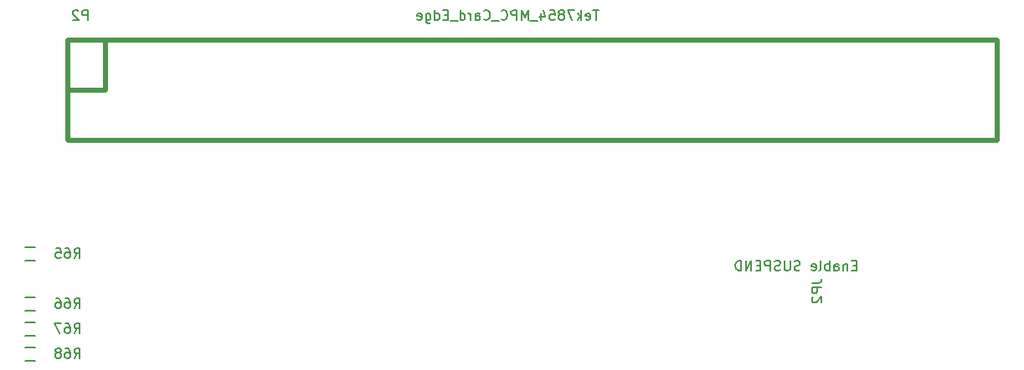
<source format=gbo>
G04 #@! TF.FileFunction,Legend,Bot*
%FSLAX46Y46*%
G04 Gerber Fmt 4.6, Leading zero omitted, Abs format (unit mm)*
G04 Created by KiCad (PCBNEW 4.0.1-stable) date 1/13/2016 10:20:37 PM*
%MOMM*%
G01*
G04 APERTURE LIST*
%ADD10C,0.100000*%
%ADD11C,0.508000*%
%ADD12C,0.150000*%
G04 APERTURE END LIST*
D10*
D11*
X151130000Y-99009200D02*
X199390000Y-99009200D01*
X151130000Y-88849200D02*
X199390000Y-88849200D01*
X105410000Y-93929200D02*
X109220000Y-93929200D01*
X109220000Y-93929200D02*
X109220000Y-88849200D01*
X105410000Y-99009200D02*
X153670000Y-99009200D01*
X199390000Y-99009200D02*
X199390000Y-88849200D01*
X153670000Y-88849200D02*
X105410000Y-88849200D01*
X105410000Y-88849200D02*
X105410000Y-99009200D01*
D12*
X101100000Y-111165000D02*
X102100000Y-111165000D01*
X102100000Y-109815000D02*
X101100000Y-109815000D01*
X101100000Y-116245000D02*
X102100000Y-116245000D01*
X102100000Y-114895000D02*
X101100000Y-114895000D01*
X101100000Y-118785000D02*
X102100000Y-118785000D01*
X102100000Y-117435000D02*
X101100000Y-117435000D01*
X101100000Y-121325000D02*
X102100000Y-121325000D01*
X102100000Y-119975000D02*
X101100000Y-119975000D01*
X107418095Y-86812381D02*
X107418095Y-85812381D01*
X107037142Y-85812381D01*
X106941904Y-85860000D01*
X106894285Y-85907619D01*
X106846666Y-86002857D01*
X106846666Y-86145714D01*
X106894285Y-86240952D01*
X106941904Y-86288571D01*
X107037142Y-86336190D01*
X107418095Y-86336190D01*
X106465714Y-85907619D02*
X106418095Y-85860000D01*
X106322857Y-85812381D01*
X106084761Y-85812381D01*
X105989523Y-85860000D01*
X105941904Y-85907619D01*
X105894285Y-86002857D01*
X105894285Y-86098095D01*
X105941904Y-86240952D01*
X106513333Y-86812381D01*
X105894285Y-86812381D01*
X159098096Y-85812381D02*
X158526667Y-85812381D01*
X158812382Y-86812381D02*
X158812382Y-85812381D01*
X157812381Y-86764762D02*
X157907619Y-86812381D01*
X158098096Y-86812381D01*
X158193334Y-86764762D01*
X158240953Y-86669524D01*
X158240953Y-86288571D01*
X158193334Y-86193333D01*
X158098096Y-86145714D01*
X157907619Y-86145714D01*
X157812381Y-86193333D01*
X157764762Y-86288571D01*
X157764762Y-86383810D01*
X158240953Y-86479048D01*
X157336191Y-86812381D02*
X157336191Y-85812381D01*
X157240953Y-86431429D02*
X156955238Y-86812381D01*
X156955238Y-86145714D02*
X157336191Y-86526667D01*
X156621905Y-85812381D02*
X155955238Y-85812381D01*
X156383810Y-86812381D01*
X155431429Y-86240952D02*
X155526667Y-86193333D01*
X155574286Y-86145714D01*
X155621905Y-86050476D01*
X155621905Y-86002857D01*
X155574286Y-85907619D01*
X155526667Y-85860000D01*
X155431429Y-85812381D01*
X155240952Y-85812381D01*
X155145714Y-85860000D01*
X155098095Y-85907619D01*
X155050476Y-86002857D01*
X155050476Y-86050476D01*
X155098095Y-86145714D01*
X155145714Y-86193333D01*
X155240952Y-86240952D01*
X155431429Y-86240952D01*
X155526667Y-86288571D01*
X155574286Y-86336190D01*
X155621905Y-86431429D01*
X155621905Y-86621905D01*
X155574286Y-86717143D01*
X155526667Y-86764762D01*
X155431429Y-86812381D01*
X155240952Y-86812381D01*
X155145714Y-86764762D01*
X155098095Y-86717143D01*
X155050476Y-86621905D01*
X155050476Y-86431429D01*
X155098095Y-86336190D01*
X155145714Y-86288571D01*
X155240952Y-86240952D01*
X154145714Y-85812381D02*
X154621905Y-85812381D01*
X154669524Y-86288571D01*
X154621905Y-86240952D01*
X154526667Y-86193333D01*
X154288571Y-86193333D01*
X154193333Y-86240952D01*
X154145714Y-86288571D01*
X154098095Y-86383810D01*
X154098095Y-86621905D01*
X154145714Y-86717143D01*
X154193333Y-86764762D01*
X154288571Y-86812381D01*
X154526667Y-86812381D01*
X154621905Y-86764762D01*
X154669524Y-86717143D01*
X153240952Y-86145714D02*
X153240952Y-86812381D01*
X153479048Y-85764762D02*
X153717143Y-86479048D01*
X153098095Y-86479048D01*
X152955238Y-86907619D02*
X152193333Y-86907619D01*
X151955238Y-86812381D02*
X151955238Y-85812381D01*
X151621904Y-86526667D01*
X151288571Y-85812381D01*
X151288571Y-86812381D01*
X150812381Y-86812381D02*
X150812381Y-85812381D01*
X150431428Y-85812381D01*
X150336190Y-85860000D01*
X150288571Y-85907619D01*
X150240952Y-86002857D01*
X150240952Y-86145714D01*
X150288571Y-86240952D01*
X150336190Y-86288571D01*
X150431428Y-86336190D01*
X150812381Y-86336190D01*
X149240952Y-86717143D02*
X149288571Y-86764762D01*
X149431428Y-86812381D01*
X149526666Y-86812381D01*
X149669524Y-86764762D01*
X149764762Y-86669524D01*
X149812381Y-86574286D01*
X149860000Y-86383810D01*
X149860000Y-86240952D01*
X149812381Y-86050476D01*
X149764762Y-85955238D01*
X149669524Y-85860000D01*
X149526666Y-85812381D01*
X149431428Y-85812381D01*
X149288571Y-85860000D01*
X149240952Y-85907619D01*
X149050476Y-86907619D02*
X148288571Y-86907619D01*
X147479047Y-86717143D02*
X147526666Y-86764762D01*
X147669523Y-86812381D01*
X147764761Y-86812381D01*
X147907619Y-86764762D01*
X148002857Y-86669524D01*
X148050476Y-86574286D01*
X148098095Y-86383810D01*
X148098095Y-86240952D01*
X148050476Y-86050476D01*
X148002857Y-85955238D01*
X147907619Y-85860000D01*
X147764761Y-85812381D01*
X147669523Y-85812381D01*
X147526666Y-85860000D01*
X147479047Y-85907619D01*
X146621904Y-86812381D02*
X146621904Y-86288571D01*
X146669523Y-86193333D01*
X146764761Y-86145714D01*
X146955238Y-86145714D01*
X147050476Y-86193333D01*
X146621904Y-86764762D02*
X146717142Y-86812381D01*
X146955238Y-86812381D01*
X147050476Y-86764762D01*
X147098095Y-86669524D01*
X147098095Y-86574286D01*
X147050476Y-86479048D01*
X146955238Y-86431429D01*
X146717142Y-86431429D01*
X146621904Y-86383810D01*
X146145714Y-86812381D02*
X146145714Y-86145714D01*
X146145714Y-86336190D02*
X146098095Y-86240952D01*
X146050476Y-86193333D01*
X145955238Y-86145714D01*
X145859999Y-86145714D01*
X145098094Y-86812381D02*
X145098094Y-85812381D01*
X145098094Y-86764762D02*
X145193332Y-86812381D01*
X145383809Y-86812381D01*
X145479047Y-86764762D01*
X145526666Y-86717143D01*
X145574285Y-86621905D01*
X145574285Y-86336190D01*
X145526666Y-86240952D01*
X145479047Y-86193333D01*
X145383809Y-86145714D01*
X145193332Y-86145714D01*
X145098094Y-86193333D01*
X144859999Y-86907619D02*
X144098094Y-86907619D01*
X143859999Y-86288571D02*
X143526665Y-86288571D01*
X143383808Y-86812381D02*
X143859999Y-86812381D01*
X143859999Y-85812381D01*
X143383808Y-85812381D01*
X142526665Y-86812381D02*
X142526665Y-85812381D01*
X142526665Y-86764762D02*
X142621903Y-86812381D01*
X142812380Y-86812381D01*
X142907618Y-86764762D01*
X142955237Y-86717143D01*
X143002856Y-86621905D01*
X143002856Y-86336190D01*
X142955237Y-86240952D01*
X142907618Y-86193333D01*
X142812380Y-86145714D01*
X142621903Y-86145714D01*
X142526665Y-86193333D01*
X141621903Y-86145714D02*
X141621903Y-86955238D01*
X141669522Y-87050476D01*
X141717141Y-87098095D01*
X141812380Y-87145714D01*
X141955237Y-87145714D01*
X142050475Y-87098095D01*
X141621903Y-86764762D02*
X141717141Y-86812381D01*
X141907618Y-86812381D01*
X142002856Y-86764762D01*
X142050475Y-86717143D01*
X142098094Y-86621905D01*
X142098094Y-86336190D01*
X142050475Y-86240952D01*
X142002856Y-86193333D01*
X141907618Y-86145714D01*
X141717141Y-86145714D01*
X141621903Y-86193333D01*
X140764760Y-86764762D02*
X140859998Y-86812381D01*
X141050475Y-86812381D01*
X141145713Y-86764762D01*
X141193332Y-86669524D01*
X141193332Y-86288571D01*
X141145713Y-86193333D01*
X141050475Y-86145714D01*
X140859998Y-86145714D01*
X140764760Y-86193333D01*
X140717141Y-86288571D01*
X140717141Y-86383810D01*
X141193332Y-86479048D01*
X106052857Y-110942381D02*
X106386191Y-110466190D01*
X106624286Y-110942381D02*
X106624286Y-109942381D01*
X106243333Y-109942381D01*
X106148095Y-109990000D01*
X106100476Y-110037619D01*
X106052857Y-110132857D01*
X106052857Y-110275714D01*
X106100476Y-110370952D01*
X106148095Y-110418571D01*
X106243333Y-110466190D01*
X106624286Y-110466190D01*
X105195714Y-109942381D02*
X105386191Y-109942381D01*
X105481429Y-109990000D01*
X105529048Y-110037619D01*
X105624286Y-110180476D01*
X105671905Y-110370952D01*
X105671905Y-110751905D01*
X105624286Y-110847143D01*
X105576667Y-110894762D01*
X105481429Y-110942381D01*
X105290952Y-110942381D01*
X105195714Y-110894762D01*
X105148095Y-110847143D01*
X105100476Y-110751905D01*
X105100476Y-110513810D01*
X105148095Y-110418571D01*
X105195714Y-110370952D01*
X105290952Y-110323333D01*
X105481429Y-110323333D01*
X105576667Y-110370952D01*
X105624286Y-110418571D01*
X105671905Y-110513810D01*
X104195714Y-109942381D02*
X104671905Y-109942381D01*
X104719524Y-110418571D01*
X104671905Y-110370952D01*
X104576667Y-110323333D01*
X104338571Y-110323333D01*
X104243333Y-110370952D01*
X104195714Y-110418571D01*
X104148095Y-110513810D01*
X104148095Y-110751905D01*
X104195714Y-110847143D01*
X104243333Y-110894762D01*
X104338571Y-110942381D01*
X104576667Y-110942381D01*
X104671905Y-110894762D01*
X104719524Y-110847143D01*
X106052857Y-116022381D02*
X106386191Y-115546190D01*
X106624286Y-116022381D02*
X106624286Y-115022381D01*
X106243333Y-115022381D01*
X106148095Y-115070000D01*
X106100476Y-115117619D01*
X106052857Y-115212857D01*
X106052857Y-115355714D01*
X106100476Y-115450952D01*
X106148095Y-115498571D01*
X106243333Y-115546190D01*
X106624286Y-115546190D01*
X105195714Y-115022381D02*
X105386191Y-115022381D01*
X105481429Y-115070000D01*
X105529048Y-115117619D01*
X105624286Y-115260476D01*
X105671905Y-115450952D01*
X105671905Y-115831905D01*
X105624286Y-115927143D01*
X105576667Y-115974762D01*
X105481429Y-116022381D01*
X105290952Y-116022381D01*
X105195714Y-115974762D01*
X105148095Y-115927143D01*
X105100476Y-115831905D01*
X105100476Y-115593810D01*
X105148095Y-115498571D01*
X105195714Y-115450952D01*
X105290952Y-115403333D01*
X105481429Y-115403333D01*
X105576667Y-115450952D01*
X105624286Y-115498571D01*
X105671905Y-115593810D01*
X104243333Y-115022381D02*
X104433810Y-115022381D01*
X104529048Y-115070000D01*
X104576667Y-115117619D01*
X104671905Y-115260476D01*
X104719524Y-115450952D01*
X104719524Y-115831905D01*
X104671905Y-115927143D01*
X104624286Y-115974762D01*
X104529048Y-116022381D01*
X104338571Y-116022381D01*
X104243333Y-115974762D01*
X104195714Y-115927143D01*
X104148095Y-115831905D01*
X104148095Y-115593810D01*
X104195714Y-115498571D01*
X104243333Y-115450952D01*
X104338571Y-115403333D01*
X104529048Y-115403333D01*
X104624286Y-115450952D01*
X104671905Y-115498571D01*
X104719524Y-115593810D01*
X106052857Y-118562381D02*
X106386191Y-118086190D01*
X106624286Y-118562381D02*
X106624286Y-117562381D01*
X106243333Y-117562381D01*
X106148095Y-117610000D01*
X106100476Y-117657619D01*
X106052857Y-117752857D01*
X106052857Y-117895714D01*
X106100476Y-117990952D01*
X106148095Y-118038571D01*
X106243333Y-118086190D01*
X106624286Y-118086190D01*
X105195714Y-117562381D02*
X105386191Y-117562381D01*
X105481429Y-117610000D01*
X105529048Y-117657619D01*
X105624286Y-117800476D01*
X105671905Y-117990952D01*
X105671905Y-118371905D01*
X105624286Y-118467143D01*
X105576667Y-118514762D01*
X105481429Y-118562381D01*
X105290952Y-118562381D01*
X105195714Y-118514762D01*
X105148095Y-118467143D01*
X105100476Y-118371905D01*
X105100476Y-118133810D01*
X105148095Y-118038571D01*
X105195714Y-117990952D01*
X105290952Y-117943333D01*
X105481429Y-117943333D01*
X105576667Y-117990952D01*
X105624286Y-118038571D01*
X105671905Y-118133810D01*
X104767143Y-117562381D02*
X104100476Y-117562381D01*
X104529048Y-118562381D01*
X106052857Y-121102381D02*
X106386191Y-120626190D01*
X106624286Y-121102381D02*
X106624286Y-120102381D01*
X106243333Y-120102381D01*
X106148095Y-120150000D01*
X106100476Y-120197619D01*
X106052857Y-120292857D01*
X106052857Y-120435714D01*
X106100476Y-120530952D01*
X106148095Y-120578571D01*
X106243333Y-120626190D01*
X106624286Y-120626190D01*
X105195714Y-120102381D02*
X105386191Y-120102381D01*
X105481429Y-120150000D01*
X105529048Y-120197619D01*
X105624286Y-120340476D01*
X105671905Y-120530952D01*
X105671905Y-120911905D01*
X105624286Y-121007143D01*
X105576667Y-121054762D01*
X105481429Y-121102381D01*
X105290952Y-121102381D01*
X105195714Y-121054762D01*
X105148095Y-121007143D01*
X105100476Y-120911905D01*
X105100476Y-120673810D01*
X105148095Y-120578571D01*
X105195714Y-120530952D01*
X105290952Y-120483333D01*
X105481429Y-120483333D01*
X105576667Y-120530952D01*
X105624286Y-120578571D01*
X105671905Y-120673810D01*
X104529048Y-120530952D02*
X104624286Y-120483333D01*
X104671905Y-120435714D01*
X104719524Y-120340476D01*
X104719524Y-120292857D01*
X104671905Y-120197619D01*
X104624286Y-120150000D01*
X104529048Y-120102381D01*
X104338571Y-120102381D01*
X104243333Y-120150000D01*
X104195714Y-120197619D01*
X104148095Y-120292857D01*
X104148095Y-120340476D01*
X104195714Y-120435714D01*
X104243333Y-120483333D01*
X104338571Y-120530952D01*
X104529048Y-120530952D01*
X104624286Y-120578571D01*
X104671905Y-120626190D01*
X104719524Y-120721429D01*
X104719524Y-120911905D01*
X104671905Y-121007143D01*
X104624286Y-121054762D01*
X104529048Y-121102381D01*
X104338571Y-121102381D01*
X104243333Y-121054762D01*
X104195714Y-121007143D01*
X104148095Y-120911905D01*
X104148095Y-120721429D01*
X104195714Y-120626190D01*
X104243333Y-120578571D01*
X104338571Y-120530952D01*
X180655981Y-113466667D02*
X181370267Y-113466667D01*
X181513124Y-113419047D01*
X181608362Y-113323809D01*
X181655981Y-113180952D01*
X181655981Y-113085714D01*
X181655981Y-113942857D02*
X180655981Y-113942857D01*
X180655981Y-114323810D01*
X180703600Y-114419048D01*
X180751219Y-114466667D01*
X180846457Y-114514286D01*
X180989314Y-114514286D01*
X181084552Y-114466667D01*
X181132171Y-114419048D01*
X181179790Y-114323810D01*
X181179790Y-113942857D01*
X180751219Y-114895238D02*
X180703600Y-114942857D01*
X180655981Y-115038095D01*
X180655981Y-115276191D01*
X180703600Y-115371429D01*
X180751219Y-115419048D01*
X180846457Y-115466667D01*
X180941695Y-115466667D01*
X181084552Y-115419048D01*
X181655981Y-114847619D01*
X181655981Y-115466667D01*
X185165239Y-111688571D02*
X184831905Y-111688571D01*
X184689048Y-112212381D02*
X185165239Y-112212381D01*
X185165239Y-111212381D01*
X184689048Y-111212381D01*
X184260477Y-111545714D02*
X184260477Y-112212381D01*
X184260477Y-111640952D02*
X184212858Y-111593333D01*
X184117620Y-111545714D01*
X183974762Y-111545714D01*
X183879524Y-111593333D01*
X183831905Y-111688571D01*
X183831905Y-112212381D01*
X182927143Y-112212381D02*
X182927143Y-111688571D01*
X182974762Y-111593333D01*
X183070000Y-111545714D01*
X183260477Y-111545714D01*
X183355715Y-111593333D01*
X182927143Y-112164762D02*
X183022381Y-112212381D01*
X183260477Y-112212381D01*
X183355715Y-112164762D01*
X183403334Y-112069524D01*
X183403334Y-111974286D01*
X183355715Y-111879048D01*
X183260477Y-111831429D01*
X183022381Y-111831429D01*
X182927143Y-111783810D01*
X182450953Y-112212381D02*
X182450953Y-111212381D01*
X182450953Y-111593333D02*
X182355715Y-111545714D01*
X182165238Y-111545714D01*
X182070000Y-111593333D01*
X182022381Y-111640952D01*
X181974762Y-111736190D01*
X181974762Y-112021905D01*
X182022381Y-112117143D01*
X182070000Y-112164762D01*
X182165238Y-112212381D01*
X182355715Y-112212381D01*
X182450953Y-112164762D01*
X181403334Y-112212381D02*
X181498572Y-112164762D01*
X181546191Y-112069524D01*
X181546191Y-111212381D01*
X180641428Y-112164762D02*
X180736666Y-112212381D01*
X180927143Y-112212381D01*
X181022381Y-112164762D01*
X181070000Y-112069524D01*
X181070000Y-111688571D01*
X181022381Y-111593333D01*
X180927143Y-111545714D01*
X180736666Y-111545714D01*
X180641428Y-111593333D01*
X180593809Y-111688571D01*
X180593809Y-111783810D01*
X181070000Y-111879048D01*
X179450952Y-112164762D02*
X179308095Y-112212381D01*
X179069999Y-112212381D01*
X178974761Y-112164762D01*
X178927142Y-112117143D01*
X178879523Y-112021905D01*
X178879523Y-111926667D01*
X178927142Y-111831429D01*
X178974761Y-111783810D01*
X179069999Y-111736190D01*
X179260476Y-111688571D01*
X179355714Y-111640952D01*
X179403333Y-111593333D01*
X179450952Y-111498095D01*
X179450952Y-111402857D01*
X179403333Y-111307619D01*
X179355714Y-111260000D01*
X179260476Y-111212381D01*
X179022380Y-111212381D01*
X178879523Y-111260000D01*
X178450952Y-111212381D02*
X178450952Y-112021905D01*
X178403333Y-112117143D01*
X178355714Y-112164762D01*
X178260476Y-112212381D01*
X178069999Y-112212381D01*
X177974761Y-112164762D01*
X177927142Y-112117143D01*
X177879523Y-112021905D01*
X177879523Y-111212381D01*
X177450952Y-112164762D02*
X177308095Y-112212381D01*
X177069999Y-112212381D01*
X176974761Y-112164762D01*
X176927142Y-112117143D01*
X176879523Y-112021905D01*
X176879523Y-111926667D01*
X176927142Y-111831429D01*
X176974761Y-111783810D01*
X177069999Y-111736190D01*
X177260476Y-111688571D01*
X177355714Y-111640952D01*
X177403333Y-111593333D01*
X177450952Y-111498095D01*
X177450952Y-111402857D01*
X177403333Y-111307619D01*
X177355714Y-111260000D01*
X177260476Y-111212381D01*
X177022380Y-111212381D01*
X176879523Y-111260000D01*
X176450952Y-112212381D02*
X176450952Y-111212381D01*
X176069999Y-111212381D01*
X175974761Y-111260000D01*
X175927142Y-111307619D01*
X175879523Y-111402857D01*
X175879523Y-111545714D01*
X175927142Y-111640952D01*
X175974761Y-111688571D01*
X176069999Y-111736190D01*
X176450952Y-111736190D01*
X175450952Y-111688571D02*
X175117618Y-111688571D01*
X174974761Y-112212381D02*
X175450952Y-112212381D01*
X175450952Y-111212381D01*
X174974761Y-111212381D01*
X174546190Y-112212381D02*
X174546190Y-111212381D01*
X173974761Y-112212381D01*
X173974761Y-111212381D01*
X173498571Y-112212381D02*
X173498571Y-111212381D01*
X173260476Y-111212381D01*
X173117618Y-111260000D01*
X173022380Y-111355238D01*
X172974761Y-111450476D01*
X172927142Y-111640952D01*
X172927142Y-111783810D01*
X172974761Y-111974286D01*
X173022380Y-112069524D01*
X173117618Y-112164762D01*
X173260476Y-112212381D01*
X173498571Y-112212381D01*
M02*

</source>
